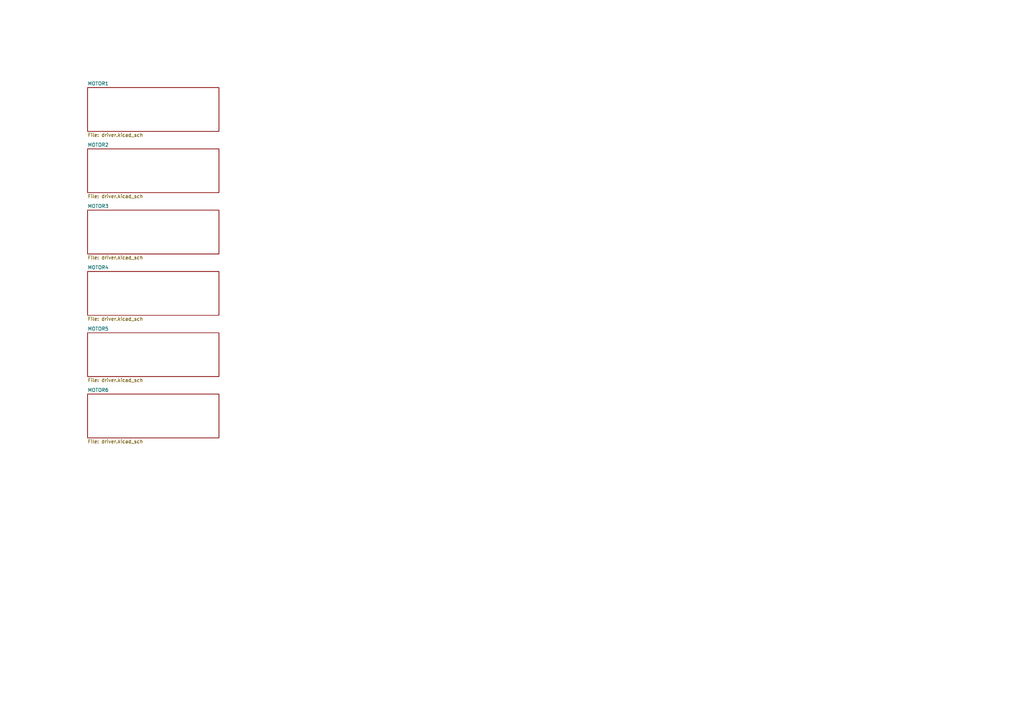
<source format=kicad_sch>
(kicad_sch
	(version 20231120)
	(generator "eeschema")
	(generator_version "8.0")
	(uuid "00198d3b-7709-4a6e-a03c-a9621c973b33")
	(paper "A4")
	(lib_symbols)
	(sheet
		(at 25.4 114.3)
		(size 38.1 12.7)
		(fields_autoplaced yes)
		(stroke
			(width 0.1524)
			(type solid)
		)
		(fill
			(color 0 0 0 0.0000)
		)
		(uuid "2f7ec6c1-9c25-4b7f-bad8-796d83375472")
		(property "Sheetname" "MOTOR6"
			(at 25.4 113.7234 0)
			(effects
				(font
					(size 1 1)
				)
				(justify left bottom)
			)
		)
		(property "Sheetfile" "driver.kicad_sch"
			(at 25.4 127.4766 0)
			(effects
				(font
					(size 1 1)
				)
				(justify left top)
			)
		)
		(instances
			(project "wheel_controller"
				(path "/42ead5bc-a1c1-4d55-91e2-5a2afb23d6c9/efd2b5c9-9da9-44ff-b9d4-cc04985c8344"
					(page "5")
				)
			)
			(project "main_pcb"
				(path "/220120ed-d44a-4ac7-a64c-440534e9360b/d01e1525-da0b-4b23-aaaf-8d6e698f7eaf"
					(page "9")
				)
			)
		)
	)
	(sheet
		(at 25.4 25.4)
		(size 38.1 12.7)
		(fields_autoplaced yes)
		(stroke
			(width 0.1524)
			(type solid)
		)
		(fill
			(color 0 0 0 0.0000)
		)
		(uuid "50a3dd5a-5113-4849-a2b1-a49c55de12c7")
		(property "Sheetname" "MOTOR1"
			(at 25.4 24.8234 0)
			(effects
				(font
					(size 1 1)
				)
				(justify left bottom)
			)
		)
		(property "Sheetfile" "driver.kicad_sch"
			(at 25.4 38.5766 0)
			(effects
				(font
					(size 1 1)
				)
				(justify left top)
			)
		)
		(instances
			(project "wheel_controller"
				(path "/42ead5bc-a1c1-4d55-91e2-5a2afb23d6c9/efd2b5c9-9da9-44ff-b9d4-cc04985c8344"
					(page "5")
				)
			)
			(project "main_pcb"
				(path "/220120ed-d44a-4ac7-a64c-440534e9360b/d01e1525-da0b-4b23-aaaf-8d6e698f7eaf"
					(page "4")
				)
			)
		)
	)
	(sheet
		(at 25.4 78.74)
		(size 38.1 12.7)
		(fields_autoplaced yes)
		(stroke
			(width 0.1524)
			(type solid)
		)
		(fill
			(color 0 0 0 0.0000)
		)
		(uuid "8053fb81-d9ce-4ded-954a-df5d1cf7c615")
		(property "Sheetname" "MOTOR4"
			(at 25.4 78.1634 0)
			(effects
				(font
					(size 1 1)
				)
				(justify left bottom)
			)
		)
		(property "Sheetfile" "driver.kicad_sch"
			(at 25.4 91.9166 0)
			(effects
				(font
					(size 1 1)
				)
				(justify left top)
			)
		)
		(instances
			(project "wheel_controller"
				(path "/42ead5bc-a1c1-4d55-91e2-5a2afb23d6c9/efd2b5c9-9da9-44ff-b9d4-cc04985c8344"
					(page "5")
				)
			)
			(project "main_pcb"
				(path "/220120ed-d44a-4ac7-a64c-440534e9360b/d01e1525-da0b-4b23-aaaf-8d6e698f7eaf"
					(page "7")
				)
			)
		)
	)
	(sheet
		(at 25.4 96.52)
		(size 38.1 12.7)
		(fields_autoplaced yes)
		(stroke
			(width 0.1524)
			(type solid)
		)
		(fill
			(color 0 0 0 0.0000)
		)
		(uuid "a3430c8e-9555-4c56-a5ab-e2dea5dc2a62")
		(property "Sheetname" "MOTOR5"
			(at 25.4 95.9434 0)
			(effects
				(font
					(size 1 1)
				)
				(justify left bottom)
			)
		)
		(property "Sheetfile" "driver.kicad_sch"
			(at 25.4 109.6966 0)
			(effects
				(font
					(size 1 1)
				)
				(justify left top)
			)
		)
		(instances
			(project "wheel_controller"
				(path "/42ead5bc-a1c1-4d55-91e2-5a2afb23d6c9/efd2b5c9-9da9-44ff-b9d4-cc04985c8344"
					(page "5")
				)
			)
			(project "main_pcb"
				(path "/220120ed-d44a-4ac7-a64c-440534e9360b/d01e1525-da0b-4b23-aaaf-8d6e698f7eaf"
					(page "8")
				)
			)
		)
	)
	(sheet
		(at 25.4 60.96)
		(size 38.1 12.7)
		(fields_autoplaced yes)
		(stroke
			(width 0.1524)
			(type solid)
		)
		(fill
			(color 0 0 0 0.0000)
		)
		(uuid "ce48f845-5d86-4d21-b98e-e8e6f7a904dd")
		(property "Sheetname" "MOTOR3"
			(at 25.4 60.3834 0)
			(effects
				(font
					(size 1 1)
				)
				(justify left bottom)
			)
		)
		(property "Sheetfile" "driver.kicad_sch"
			(at 25.4 74.1366 0)
			(effects
				(font
					(size 1 1)
				)
				(justify left top)
			)
		)
		(instances
			(project "wheel_controller"
				(path "/42ead5bc-a1c1-4d55-91e2-5a2afb23d6c9/efd2b5c9-9da9-44ff-b9d4-cc04985c8344"
					(page "5")
				)
			)
			(project "main_pcb"
				(path "/220120ed-d44a-4ac7-a64c-440534e9360b/d01e1525-da0b-4b23-aaaf-8d6e698f7eaf"
					(page "6")
				)
			)
		)
	)
	(sheet
		(at 25.4 43.18)
		(size 38.1 12.7)
		(fields_autoplaced yes)
		(stroke
			(width 0.1524)
			(type solid)
		)
		(fill
			(color 0 0 0 0.0000)
		)
		(uuid "efe4cfe3-a504-41f0-9bb4-06127b868717")
		(property "Sheetname" "MOTOR2"
			(at 25.4 42.6034 0)
			(effects
				(font
					(size 1 1)
				)
				(justify left bottom)
			)
		)
		(property "Sheetfile" "driver.kicad_sch"
			(at 25.4 56.3566 0)
			(effects
				(font
					(size 1 1)
				)
				(justify left top)
			)
		)
		(instances
			(project "wheel_controller"
				(path "/42ead5bc-a1c1-4d55-91e2-5a2afb23d6c9/efd2b5c9-9da9-44ff-b9d4-cc04985c8344"
					(page "5")
				)
			)
			(project "main_pcb"
				(path "/220120ed-d44a-4ac7-a64c-440534e9360b/d01e1525-da0b-4b23-aaaf-8d6e698f7eaf"
					(page "5")
				)
			)
		)
	)
)
</source>
